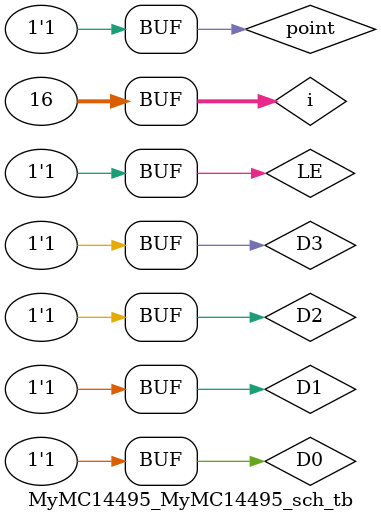
<source format=v>

`timescale 1ns / 1ps

module MyMC14495_MyMC14495_sch_tb();

// Inputs
   reg LE;
   reg point;
   reg D0;
   reg D1;
   reg D2;
   reg D3;

// Output
   wire a;
   wire b;
   wire c;
   wire d;
   wire e;
   wire f;
   wire g;
   wire p;

// Bidirs

// Instantiate the UUT
   MyMC14495 UUT (
		.LE(LE), 
		.a(a), 
		.b(b), 
		.c(c), 
		.d(d), 
		.e(e), 
		.f(f), 
		.g(g), 
		.p(p), 
		.point(point), 
		.D0(D0), 
		.D1(D1), 
		.D2(D2), 
		.D3(D3)
   );
// Initialize Inputs
   //`ifdef auto_init
       integer i;
		 initial begin
		LE = 0;
		point = 0;
		D0 = 0;
		D1 = 0;
		D2 = 0;
		D3 = 0;
		for(i=0;i<=15;i=i+1)begin
		#50
		{D3,D2,D1,D0}=i;
		point = i;
		end
		#50 LE=1;
		end
		
   //`endif
endmodule

</source>
